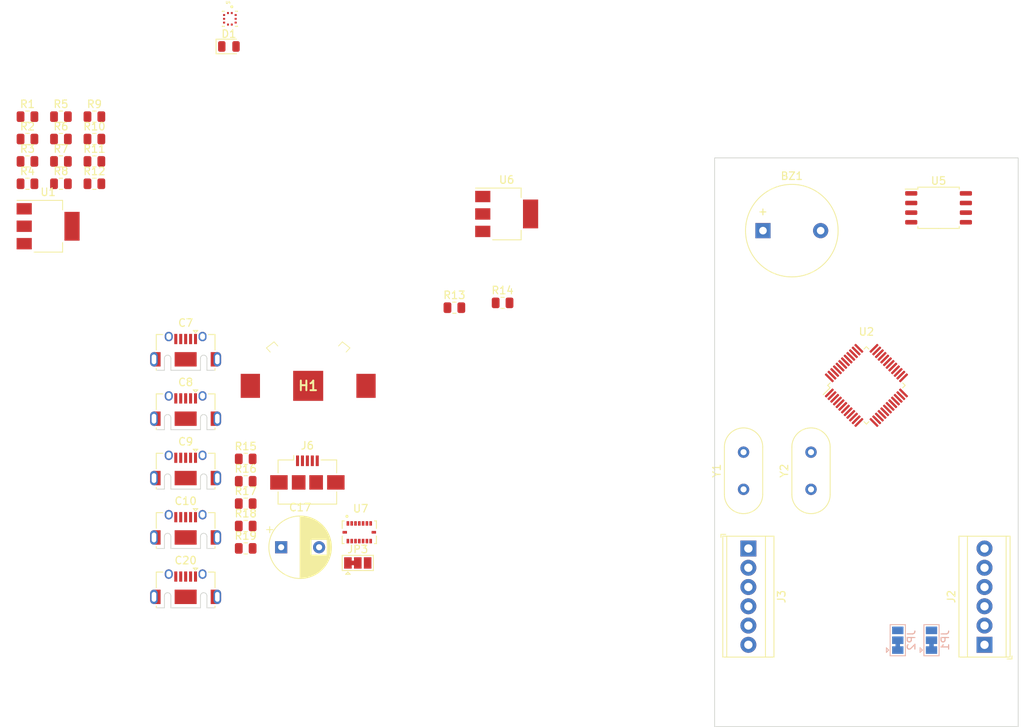
<source format=kicad_pcb>
(kicad_pcb (version 20221018) (generator pcbnew)
  (layers (0 "F.Cu" signal) (1 "In1.Cu" signal) (2 "In2.Cu" signal) (31 "B.Cu" signal) (34 "B.Paste" user) (35 "F.Paste" user) (36 "B.SilkS" user "B.Silkscreen") (37 "F.SilkS" user "F.Silkscreen") (38 "B.Mask" user) (39 "F.Mask" user) (44 "Edge.Cuts" user))
  (net 0 "")
  (net 1 "Net-(D3-A)")
  (net 2 "GND")
  (net 3 "Net-(D1-A)")
  (net 4 "+5V")
  (net 5 "Net-(JP3-B)")
  (net 6 "Net-(H1-+)")
  (net 7 "Net-(JP1-C)")
  (net 8 "+3V3")
  (net 9 "Net-(JP2-C)")
  (net 10 "Net-(U1-ADJ)")
  (net 11 "USB D+")
  (net 12 "USB D-")
  (net 13 "Net-(D2-K)")
  (net 14 "OSCIN2")
  (net 15 "OSCOUT2")
  (net 16 "OSCIN")
  (net 17 "OSCOUT")
  (net 18 "RESET")
  (net 19 "BOOT0")
  (net 20 "BOOT1")
  (net 21 "BATT")
  (net 24 "LED RED")
  (net 25 "LED BLUE")
  (net 26 "LED GREEN")
  (net 28 "SCK")
  (net 29 "MISO")
  (net 30 "MOSI")
  (net 36 "SERVO1")
  (net 37 "SERVO2")
  (net 38 "SERVO3")
  (net 40 "USART1 TX")
  (net 41 "USART1 RX")
  (net 48 "SCL")
  (net 49 "SDA")
  (net 50 "BUZZER")
  (net 52 "+BATT")
  (net 53 "Net-(J6-D-)")
  (net 54 "ACCEL INT1")
  (net 55 "P1+")
  (net 56 "P1-")
  (net 57 "P2+")
  (net 58 "P2-")
  (net 60 "Net-(J6-D+)")
  (net 61 "VBAT")
  (net 62 "Net-(C3-Pad2)")
  (net 63 "Net-(C4-Pad1)")
  (net 64 "BATT SENSE")
  (net 65 "Net-(C6-Pad1)")
  (net 66 "Net-(C5-Pad2)")
  (net 67 "Net-(U2-VDDA)")
  (net 68 "BARO INT")
  (net 69 "FLASH CS")
  (net 72 "ACCEL INT2")
  (net 73 "GYRO INT4")
  (net 74 "GYRO INT3")
  (footprint "SnapEDA Library:XDCR_BMP390L" (layer "F.Cu") (at 80.2725 36.84)
    (fp_text reference "U4" (at -0.234 -2.1532) (layer "F.SilkS") (effects (font (size 0.32 0.32))))
    (fp_text value "BMP390L")
    (pad "1" smd rect (at 0.25 -0.7625) (size 0.25 0.275) (layers "F.Cu" "F.Paste" "F.Mask") (net 8 "+3V3"))
    (pad "2" smd rect (at -0.25 -0.7625) (size 0.25 0.275) (layers "F.Cu" "F.Paste" "F.Mask") (net 48 "SCL"))
    (pad "3" smd rect (at -0.7625 -0.5) (size 0.275 0.25) (layers "F.Cu" "F.Paste" "F.Mask") (net 2 "GND"))
    (pad "4" smd rect (at -0.7625 0) (size 0.275 0.25) (layers "F.Cu" "F.Paste" "F.Mask") (net 49 "SDA"))
    (pad "5" smd rect (at -0.7625 0.5) (size 0.275 0.25) (layers "F.Cu" "F.Paste" "F.Mask") (net 2 "GND"))
    (pad "6" smd rect (at -0.25 0.7625) (size 0.25 0.275) (layers "F.Cu" "F.Paste" "F.Mask") (net 8 "+3V3"))
    (pad "7" smd rect (at 0.25 0.7625) (size 0.25 0.275) (layers "F.Cu" "F.Paste" "F.Mask") (net 68 "BARO INT"))
    (pad "8" smd rect (at 0.7625 0.5) (size 0.275 0.25) (layers "F.Cu" "F.Paste" "F.Mask") (net 2 "GND"))
    (pad "9" smd rect (at 0.7625 0) (size 0.275 0.25) (layers "F.Cu" "F.Paste" "F.Mask") (net 2 "GND"))
    (pad "10" smd rect (at 0.7625 -0.5) (size 0.275 0.25) (layers "F.Cu" "F.Paste" "F.Mask") (net 8 "+3V3"))
  )
  (footprint "Resistor_SMD:R_0805_2012Metric" (layer "F.Cu") (at 82.355 106.665)
    (fp_text reference "R19" (at 0 -1.65) (layer "F.SilkS"))
    (fp_text value "0")
    (pad "1" smd roundrect (at -0.9125 0) (size 1.025 1.4) (layers "F.Cu" "F.Paste" "F.Mask") (roundrect_rratio 0.243902) (net 66 "Net-(C5-Pad2)"))
    (pad "2" smd roundrect (at 0.9125 0) (size 1.025 1.4) (layers "F.Cu" "F.Paste" "F.Mask") (roundrect_rratio 0.243902) (net 16 "OSCIN"))
  )
  (footprint "Connector_USB:USB_Micro-AB_Molex_47590-0001" (layer "F.Cu") (at 74.445 113.055)
    (fp_text reference "C20" (at 0 -4.8 -180) (layer "F.SilkS"))
    (fp_text value "100nf")
    (fp_line (start -3.75 1.45) (end -2.8 1.45) (stroke (width 0.1)) (layer "Edge.Cuts"))
    (fp_line (start -2.8 -0.125) (end -2.8 1.45) (stroke (width 0.1)) (layer "Edge.Cuts"))
    (fp_line (start -1.95 -0.125) (end -1.95 1.45) (stroke (width 0.1)) (layer "Edge.Cuts"))
    (fp_line (start -1.95 1.45) (end 1.95 1.45) (stroke (width 0.1)) (layer "Edge.Cuts"))
    (fp_line (start 1.95 -0.125) (end 1.95 1.45) (stroke (width 0.1)) (layer "Edge.Cuts"))
    (fp_line (start 2.8 -0.125) (end 2.8 1.45) (stroke (width 0.1)) (layer "Edge.Cuts"))
    (fp_line (start 2.8 1.45) (end 3.75 1.45) (stroke (width 0.1)) (layer "Edge.Cuts"))
    (fp_arc (start -2.8 -0.125) (mid -2.375 -0.55) (end -1.95 -0.125) (stroke (width 0.1)) (layer "Edge.Cuts"))
    (fp_arc (start 1.95 -0.125) (mid 2.375 -0.55) (end 2.8 -0.125) (stroke (width 0.1)) (layer "Edge.Cuts"))
    (pad "1" smd rect (at 1.3 -2.675) (size 0.4 1.35) (layers "F.Cu" "F.Paste" "F.Mask") (net 5 "Net-(JP3-B)"))
    (pad "2" smd rect (at 0.65 -2.675) (size 0.4 1.35) (layers "F.Cu" "F.Paste" "F.Mask") (net 8 "+3V3"))
    (pad "3" smd rect (at 0 -2.675) (size 0.4 1.35) (layers "F.Cu" "F.Paste" "F.Mask"))
    (pad "4" smd rect (at -0.65 -2.675) (size 0.4 1.35) (layers "F.Cu" "F.Paste" "F.Mask"))
    (pad "5" smd rect (at -1.3 -2.675) (size 0.4 1.35) (layers "F.Cu" "F.Paste" "F.Mask"))
    (pad "6" thru_hole oval (at -4.175 0) (size 1 1.9) (drill oval 0.6 1.3) (layers "*.Cu" "*.Mask"))
    (pad "6" smd rect (at -3.7375 0) (size 0.875 1.9) (layers "F.Cu" "F.Mask"))
    (pad "6" thru_hole oval (at -2.225 -3) (size 1.05 1.25) (drill oval 0.65 0.85) (layers "*.Cu" "*.Mask"))
    (pad "6" smd rect (at 0 0) (size 2.9 1.9) (layers "F.Cu" "F.Paste" "F.Mask"))
    (pad "6" thru_hole oval (at 2.225 -3) (size 1.05 1.25) (drill oval 0.65 0.85) (layers "*.Cu" "*.Mask"))
    (pad "6" smd rect (at 3.7375 0) (size 0.875 1.9) (layers "F.Cu" "F.Mask"))
    (pad "6" thru_hole oval (at 4.175 0) (size 1 1.9) (drill oval 0.6 1.3) (layers "*.Cu" "*.Mask"))
  )
  (footprint "TerminalBlock_TE-Connectivity:TerminalBlock_TE_282834-6_1x06_P2.54mm_Horizontal" (layer "F.Cu") (at 179.705 119.38 90)
    (fp_text reference "J2" (at 6.35 -4.37 90) (layer "F.SilkS"))
    (fp_text value "Screw_Terminal_01x06")
    (pad "1" thru_hole rect (at 0 0 90) (size 2.1 2.1) (drill 1.1) (layers "*.Cu" "*.Mask") (net 52 "+BATT"))
    (pad "2" thru_hole circle (at 2.54 0 90) (size 2.1 2.1) (drill 1.1) (layers "*.Cu" "*.Mask") (net 2 "GND"))
    (pad "3" thru_hole circle (at 5.08 0 90) (size 2.1 2.1) (drill 1.1) (layers "*.Cu" "*.Mask") (net 55 "P1+"))
    (pad "4" thru_hole circle (at 7.62 0 90) (size 2.1 2.1) (drill 1.1) (layers "*.Cu" "*.Mask") (net 56 "P1-"))
    (pad "5" thru_hole circle (at 10.16 0 90) (size 2.1 2.1) (drill 1.1) (layers "*.Cu" "*.Mask") (net 57 "P2+"))
    (pad "6" thru_hole circle (at 12.7 0 90) (size 2.1 2.1) (drill 1.1) (layers "*.Cu" "*.Mask") (net 58 "P2-"))
  )
  (footprint "Buzzer_Beeper:Buzzer_12x9.5RM7.6" (layer "F.Cu") (at 150.515 64.77)
    (fp_text reference "BZ1" (at 3.8 -7.2) (layer "F.SilkS"))
    (fp_text value "Buzzer")
    (fp_text user "+" (at -0.01 -2.54) (layer "F.SilkS"))
    (pad "1" thru_hole rect (at 0 0) (size 2 2) (drill 1) (layers "*.Cu" "*.Mask") (net 50 "BUZZER"))
    (pad "2" thru_hole circle (at 7.6 0) (size 2 2) (drill 1) (layers "*.Cu" "*.Mask") (net 2 "GND"))
  )
  (footprint "Resistor_SMD:R_0805_2012Metric" (layer "F.Cu") (at 58.0125 52.69)
    (fp_text reference "R6" (at 0 -1.65) (layer "F.SilkS"))
    (fp_text value "470")
    (pad "1" smd roundrect (at -0.9125 0) (size 1.025 1.4) (layers "F.Cu" "F.Paste" "F.Mask") (roundrect_rratio 0.243902) (net 3 "Net-(D1-A)"))
    (pad "2" smd roundrect (at 0.9125 0) (size 1.025 1.4) (layers "F.Cu" "F.Paste" "F.Mask") (roundrect_rratio 0.243902) (net 8 "+3V3"))
  )
  (footprint "Resistor_SMD:R_0805_2012Metric" (layer "F.Cu") (at 58.0125 58.59)
    (fp_text reference "R8" (at 0 -1.65) (layer "F.SilkS"))
    (fp_text value "0")
    (pad "1" smd roundrect (at -0.9125 0) (size 1.025 1.4) (layers "F.Cu" "F.Paste" "F.Mask") (roundrect_rratio 0.243902) (net 62 "Net-(C3-Pad2)"))
    (pad "2" smd roundrect (at 0.9125 0) (size 1.025 1.4) (layers "F.Cu" "F.Paste" "F.Mask") (roundrect_rratio 0.243902) (net 14 "OSCIN2"))
  )
  (footprint "Resistor_SMD:R_0805_2012Metric" (layer "F.Cu") (at 62.4225 55.64)
    (fp_text reference "R11" (at 0 -1.65) (layer "F.SilkS"))
    (fp_text value "100K")
    (pad "1" smd roundrect (at -0.9125 0) (size 1.025 1.4) (layers "F.Cu" "F.Paste" "F.Mask") (roundrect_rratio 0.243902) (net 7 "Net-(JP1-C)"))
    (pad "2" smd roundrect (at 0.9125 0) (size 1.025 1.4) (layers "F.Cu" "F.Paste" "F.Mask") (roundrect_rratio 0.243902) (net 19 "BOOT0"))
  )
  (footprint "TerminalBlock_TE-Connectivity:TerminalBlock_TE_282834-6_1x06_P2.54mm_Horizontal" (layer "F.Cu") (at 148.59 106.68 -90)
    (fp_text reference "J3" (at 6.35 -4.37 90) (layer "F.SilkS"))
    (fp_text value "Screw_Terminal_01x06")
    (pad "1" thru_hole rect (at 0 0 270) (size 2.1 2.1) (drill 1.1) (layers "*.Cu" "*.Mask") (net 49 "SDA"))
    (pad "2" thru_hole circle (at 2.54 0 270) (size 2.1 2.1) (drill 1.1) (layers "*.Cu" "*.Mask") (net 48 "SCL"))
    (pad "3" thru_hole circle (at 5.08 0 270) (size 2.1 2.1) (drill 1.1) (layers "*.Cu" "*.Mask") (net 2 "GND"))
    (pad "4" thru_hole circle (at 7.62 0 270) (size 2.1 2.1) (drill 1.1) (layers "*.Cu" "*.Mask") (net 41 "USART1 RX"))
    (pad "5" thru_hole circle (at 10.16 0 270) (size 2.1 2.1) (drill 1.1) (layers "*.Cu" "*.Mask") (net 40 "USART1 TX"))
    (pad "6" thru_hole circle (at 12.7 0 270) (size 2.1 2.1) (drill 1.1) (layers "*.Cu" "*.Mask"))
  )
  (footprint "Resistor_SMD:R_0805_2012Metric" (layer "F.Cu") (at 82.355 100.765)
    (fp_text reference "R17" (at 0 -1.65) (layer "F.SilkS"))
    (fp_text value "10k")
    (pad "1" smd roundrect (at -0.9125 0) (size 1.025 1.4) (layers "F.Cu" "F.Paste" "F.Mask") (roundrect_rratio 0.243902) (net 64 "BATT SENSE"))
    (pad "2" smd roundrect (at 0.9125 0) (size 1.025 1.4) (layers "F.Cu" "F.Paste" "F.Mask") (roundrect_rratio 0.243902) (net 2 "GND"))
  )
  (footprint "Resistor_SMD:R_0805_2012Metric" (layer "F.Cu") (at 53.6025 49.74)
    (fp_text reference "R1" (at 0 -1.65) (layer "F.SilkS"))
    (fp_text value "R")
    (pad "1" smd roundrect (at -0.9125 0) (size 1.025 1.4) (layers "F.Cu" "F.Paste" "F.Mask") (roundrect_rratio 0.243902) (net 10 "Net-(U1-ADJ)"))
    (pad "2" smd roundrect (at 0.9125 0) (size 1.025 1.4) (layers "F.Cu" "F.Paste" "F.Mask") (roundrect_rratio 0.243902) (net 2 "GND"))
  )
  (footprint "Connector_USB:USB_Micro-AB_Molex_47590-0001" (layer "F.Cu") (at 74.445 105.225)
    (fp_text reference "C10" (at 0 -4.8 -180) (layer "F.SilkS"))
    (fp_text value "100nf")
    (fp_line (start -3.75 1.45) (end -2.8 1.45) (stroke (width 0.1)) (layer "Edge.Cuts"))
    (fp_line (start -2.8 -0.125) (end -2.8 1.45) (stroke (width 0.1)) (layer "Edge.Cuts"))
    (fp_line (start -1.95 -0.125) (end -1.95 1.45) (stroke (width 0.1)) (layer "Edge.Cuts"))
    (fp_line (start -1.95 1.45) (end 1.95 1.45) (stroke (width 0.1)) (layer "Edge.Cuts"))
    (fp_line (start 1.95 -0.125) (end 1.95 1.45) (stroke (width 0.1)) (layer "Edge.Cuts"))
    (fp_line (start 2.8 -0.125) (end 2.8 1.45) (stroke (width 0.1)) (layer "Edge.Cuts"))
    (fp_line (start 2.8 1.45) (end 3.75 1.45) (stroke (width 0.1)) (layer "Edge.Cuts"))
    (fp_arc (start -2.8 -0.125) (mid -2.375 -0.55) (end -1.95 -0.125) (stroke (width 0.1)) (layer "Edge.Cuts"))
    (fp_arc (start 1.95 -0.125) (mid 2.375 -0.55) (end 2.8 -0.125) (stroke (width 0.1)) (layer "Edge.Cuts"))
    (pad "1" smd rect (at 1.3 -2.675) (size 0.4 1.35) (layers "F.Cu" "F.Paste" "F.Mask") (net 2 "GND"))
    (pad "2" smd rect (at 0.65 -2.675) (size 0.4 1.35) (layers "F.Cu" "F.Paste" "F.Mask") (net 8 "+3V3"))
    (pad "3" smd rect (at 0 -2.675) (size 0.4 1.35) (layers "F.Cu" "F.Paste" "F.Mask"))
    (pad "4" smd rect (at -0.65 -2.675) (size 0.4 1.35) (layers "F.Cu" "F.Paste" "F.Mask"))
    (pad "5" smd rect (at -1.3 -2.675) (size 0.4 1.35) (layers "F.Cu" "F.Paste" "F.Mask"))
    (pad "6" thru_hole oval (at -4.175 0) (size 1 1.9) (drill oval 0.6 1.3) (layers "*.Cu" "*.Mask"))
    (pad "6" smd rect (at -3.7375 0) (size 0.875 1.9) (layers "F.Cu" "F.Mask"))
    (pad "6" thru_hole oval (at -2.225 -3) (size 1.05 1.25) (drill oval 0.65 0.85) (layers "*.Cu" "*.Mask"))
    (pad "6" smd rect (at 0 0) (size 2.9 1.9) (layers "F.Cu" "F.Paste" "F.Mask"))
    (pad "6" thru_hole oval (at 2.225 -3) (size 1.05 1.25) (drill oval 0.65 0.85) (layers "*.Cu" "*.Mask"))
    (pad "6" smd rect (at 3.7375 0) (size 0.875 1.9) (layers "F.Cu" "F.Mask"))
    (pad "6" thru_hole oval (at 4.175 0) (size 1 1.9) (drill oval 0.6 1.3) (layers "*.Cu" "*.Mask"))
  )
  (footprint "Resistor_SMD:R_0805_2012Metric" (layer "F.Cu") (at 53.6025 58.59)
    (fp_text reference "R4" (at 0 -1.65) (layer "F.SilkS"))
    (fp_text value "20")
    (pad "1" smd roundrect (at -0.9125 0) (size 1.025 1.4) (layers "F.Cu" "F.Paste" "F.Mask") (roundrect_rratio 0.243902) (net 53 "Net-(J6-D-)"))
    (pad "2" smd roundrect (at 0.9125 0) (size 1.025 1.4) (layers "F.Cu" "F.Paste" "F.Mask") (roundrect_rratio 0.243902) (net 12 "USB D-"))
  )
  (footprint "Resistor_SMD:R_0805_2012Metric" (layer "F.Cu") (at 82.355 94.865)
    (fp_text reference "R15" (at 0 -1.65) (layer "F.SilkS"))
    (fp_text value "100k")
    (pad "1" smd roundrect (at -0.9125 0) (size 1.025 1.4) (layers "F.Cu" "F.Paste" "F.Mask") (roundrect_rratio 0.243902) (net 29 "MISO"))
    (pad "2" smd roundrect (at 0.9125 0) (size 1.025 1.4) (layers "F.Cu" "F.Paste" "F.Mask") (roundrect_rratio 0.243902) (net 2 "GND"))
  )
  (footprint "Package_TO_SOT_SMD:SOT-223-3_TabPin2" (layer "F.Cu") (at 116.7425 62.57)
    (fp_text reference "U6" (at 0 -4.5) (layer "F.SilkS"))
    (fp_text value "LM7805_TO220")
    (pad "1" smd rect (at -3.15 -2.3) (size 2 1.5) (layers "F.Cu" "F.Paste" "F.Mask") (net 21 "BATT"))
    (pad "2" smd rect (at -3.15 0) (size 2 1.5) (layers "F.Cu" "F.Paste" "F.Mask") (net 2 "GND"))
    (pad "2" smd rect (at 3.15 0) (size 2 3.8) (layers "F.Cu" "F.Paste" "F.Mask") (net 2 "GND"))
    (pad "3" smd rect (at -3.15 2.3) (size 2 1.5) (layers "F.Cu" "F.Paste" "F.Mask") (net 4 "+5V"))
  )
  (footprint "Connector_USB:USB_Micro-B_Amphenol_10104110_Horizontal" (layer "F.Cu") (at 90.485 96.665)
    (fp_text reference "J6" (at 0 -3.55) (layer "F.SilkS"))
    (fp_text value "USB_B_Micro")
    (pad "1" smd rect (at -1.3 -1.55) (size 0.4 1.4) (layers "F.Cu" "F.Paste" "F.Mask") (net 1 "Net-(D3-A)"))
    (pad "2" smd rect (at -0.65 -1.55) (size 0.4 1.4) (layers "F.Cu" "F.Paste" "F.Mask") (net 53 "Net-(J6-D-)"))
    (pad "3" smd rect (at 0 -1.55) (size 0.4 1.4) (layers "F.Cu" "F.Paste" "F.Mask") (net 60 "Net-(J6-D+)"))
    (pad "4" smd rect (at 0.65 -1.55) (size 0.4 1.4) (layers "F.Cu" "F.Paste" "F.Mask") (net 2 "GND"))
    (pad "5" smd rect (at 1.3 -1.55) (size 0.4 1.4) (layers "F.Cu" "F.Paste" "F.Mask") (net 2 "GND"))
    (pad "6" smd rect (at -3.75 1.3) (size 2.3 1.9) (layers "F.Cu" "F.Paste" "F.Mask") (net 2 "GND"))
    (pad "6" smd rect (at -1.15 1.3) (size 1.8 1.9) (layers "F.Cu" "F.Paste" "F.Mask") (net 2 "GND"))
    (pad "6" smd rect (at 1.15 1.3) (size 1.8 1.9) (layers "F.Cu" "F.Paste" "F.Mask") (net 2 "GND"))
    (pad "6" smd rect (at 3.75 1.3) (size 2.3 1.9) (layers "F.Cu" "F.Paste" "F.Mask") (net 2 "GND"))
  )
  (footprint "Resistor_SMD:R_0805_2012Metric" (layer "F.Cu") (at 109.855 74.93)
    (fp_text reference "R13" (at 0 -1.65) (layer "F.SilkS"))
    (fp_text value "10k")
    (pad "1" smd roundrect (at -0.9125 0) (size 1.025 1.4) (layers "F.Cu" "F.Paste" "F.Mask") (roundrect_rratio 0.243902) (net 8 "+3V3"))
    (pad "2" smd roundrect (at 0.9125 0) (size 1.025 1.4) (layers "F.Cu" "F.Paste" "F.Mask") (roundrect_rratio 0.243902) (net 48 "SCL"))
  )
  (footprint "SamacSys_Parts:2894" (layer "F.Cu") (at 90.59 85.235)
    (fp_text reference "H1" (at 0 0) (layer "F.SilkS") (effects (font (size 1.27 1.27) (thickness 0.254))))
    (fp_text value "2894" hide)
    (pad "1" smd rect (at -7.62 0) (size 2.54 3.17) (layers "F.Cu" "F.Paste" "F.Mask") (net 6 "Net-(H1-+)"))
    (pad "2" smd rect (at 7.62 0) (size 2.54 3.17) (layers "F.Cu" "F.Paste" "F.Mask") (net 6 "Net-(H1-+)"))
    (pad "MP1" smd rect (at 0 0) (size 3.96 3.96) (layers "F.Cu" "F.Paste" "F.Mask") (net 2 "GND"))
  )
  (footprint "Connector_USB:USB_Micro-AB_Molex_47590-0001" (layer "F.Cu") (at 74.445 89.565)
    (fp_text reference "C8" (at 0 -4.8 -180) (layer "F.SilkS"))
    (fp_text value "100nf")
    (fp_line (start -3.75 1.45) (end -2.8 1.45) (stroke (width 0.1)) (layer "Edge.Cuts"))
    (fp_line (start -2.8 -0.125) (end -2.8 1.45) (stroke (width 0.1)) (layer "Edge.Cuts"))
    (fp_line (start -1.95 -0.125) (end -1.95 1.45) (stroke (width 0.1)) (layer "Edge.Cuts"))
    (fp_line (start -1.95 1.45) (end 1.95 1.45) (stroke (width 0.1)) (layer "Edge.Cuts"))
    (fp_line (start 1.95 -0.125) (end 1.95 1.45) (stroke (width 0.1)) (layer "Edge.Cuts"))
    (fp_line (start 2.8 -0.125) (end 2.8 1.45) (stroke (width 0.1)) (layer "Edge.Cuts"))
    (fp_line (start 2.8 1.45) (end 3.75 1.45) (stroke (width 0.1)) (layer "Edge.Cuts"))
    (fp_arc (start -2.8 -0.125) (mid -2.375 -0.55) (end -1.95 -0.125) (stroke (width 0.1)) (layer "Edge.Cuts"))
    (fp_arc (start 1.95 -0.125) (mid 2.375 -0.55) (end 2.8 -0.125) (stroke (width 0.1)) (layer "Edge.Cuts"))
    (pad "1" smd rect (at 1.3 -2.675) (size 0.4 1.35) (layers "F.Cu" "F.Paste" "F.Mask") (net 2 "GND"))
    (pad "2" smd rect (at 0.65 -2.675) (size 0.4 1.35) (layers "F.Cu" "F.Paste" "F.Mask") (net 8 "+3V3"))
    (pad "3" smd rect (at 0 -2.675) (size 0.4 1.35) (layers "F.Cu" "F.Paste" "F.Mask"))
    (pad "4" smd rect (at -0.65 -2.675) (size 0.4 1.35) (layers "F.Cu" "F.Paste" "F.Mask"))
    (pad "5" smd rect (at -1.3 -2.675) (size 0.4 1.35) (layers "F.Cu" "F.Paste" "F.Mask"))
    (pad "6" thru_hole oval (at -4.175 0) (size 1 1.9) (drill oval 0.6 1.3) (layers "*.Cu" "*.Mask"))
    (pad "6" smd rect (at -3.7375 0) (size 0.875 1.9) (layers "F.Cu" "F.Mask"))
    (pad "6" thru_hole oval (at -2.225 -3) (size 1.05 1.25) (drill oval 0.65 0.85) (layers "*.Cu" "*.Mask"))
    (pad "6" smd rect (at 0 0) (size 2.9 1.9) (layers "F.Cu" "F.Paste" "F.Mask"))
    (pad "6" thru_hole oval (at 2.225 -3) (size 1.05 1.25) (drill oval 0.65 0.85) (layers "*.Cu" "*.Mask"))
    (pad "6" smd rect (at 3.7375 0) (size 0.875 1.9) (layers "F.Cu" "F.Mask"))
    (pad "6" thru_hole oval (at 4.175 0) (size 1 1.9) (drill oval 0.6 1.3) (layers "*.Cu" "*.Mask"))
  )
  (footprint "Resistor_SMD:R_0805_2012Metric" (layer "F.Cu") (at 82.355 97.815)
    (fp_text reference "R16" (at 0 -1.65) (layer "F.SilkS"))
    (fp_text value "10k")
    (pad "1" smd roundrect (at -0.9125 0) (size 1.025 1.4) (layers "F.Cu" "F.Paste" "F.Mask") (roundrect_rratio 0.243902) (net 52 "+BATT"))
    (pad "2" smd roundrect (at 0.9125 0) (size 1.025 1.4) (layers "F.Cu" "F.Paste" "F.Mask") (roundrect_rratio 0.243902) (net 64 "BATT SENSE"))
  )
  (footprint "Connector_USB:USB_Micro-AB_Molex_47590-0001" (layer "F.Cu") (at 74.445 97.395)
    (fp_text reference "C9" (at 0 -4.8 -180) (layer "F.SilkS"))
    (fp_text value "100nf")
    (fp_line (start -3.75 1.45) (end -2.8 1.45) (stroke (width 0.1)) (layer "Edge.Cuts"))
    (fp_line (start -2.8 -0.125) (end -2.8 1.45) (stroke (width 0.1)) (layer "Edge.Cuts"))
    (fp_line (start -1.95 -0.125) (end -1.95 1.45) (stroke (width 0.1)) (layer "Edge.Cuts"))
    (fp_line (start -1.95 1.45) (end 1.95 1.45) (stroke (width 0.1)) (layer "Edge.Cuts"))
    (fp_line (start 1.95 -0.125) (end 1.95 1.45) (stroke (width 0.1)) (layer "Edge.Cuts"))
    (fp_line (start 2.8 -0.125) (end 2.8 1.45) (stroke (width 0.1)) (layer "Edge.Cuts"))
    (fp_line (start 2.8 1.45) (end 3.75 1.45) (stroke (width 0.1)) (layer "Edge.Cuts"))
    (fp_arc (start -2.8 -0.125) (mid -2.375 -0.55) (end -1.95 -0.125) (stroke (width 0.1)) (layer "Edge.Cuts"))
    (fp_arc (start 1.95 -0.125) (mid 2.375 -0.55) (end 2.8 -0.125) (stroke (width 0.1)) (layer "Edge.Cuts"))
    (pad "1" smd rect (at 1.3 -2.675) (size 0.4 1.35) (layers "F.Cu" "F.Paste" "F.Mask") (net 2 "GND"))
    (pad "2" smd rect (at 0.65 -2.675) (size 0.4 1.35) (layers "F.Cu" "F.Paste" "F.Mask") (net 8 "+3V3"))
    (pad "3" smd rect (at 0 -2.675) (size 0.4 1.35) (layers "F.Cu" "F.Paste" "F.Mask"))
    (pad "4" smd rect (at -0.65 -2.675) (size 0.4 1.35) (layers "F.Cu" "F.Paste" "F.Mask"))
    (pad "5" smd rect (at -1.3 -2.675) (size 0.4 1.35) (layers "F.Cu" "F.Paste" "F.Mask"))
    (pad "6" thru_hole oval (at -4.175 0) (size 1 1.9) (drill oval 0.6 1.3) (layers "*.Cu" "*.Mask"))
    (pad "6" smd rect (at -3.7375 0) (size 0.875 1.9) (layers "F.Cu" "F.Mask"))
    (pad "6" thru_hole oval (at -2.225 -3) (size 1.05 1.25) (drill oval 0.65 0.85) (layers "*.Cu" "*.Mask"))
    (pad "6" smd rect (at 0 0) (size 2.9 1.9) (layers "F.Cu" "F.Paste" "F.Mask"))
    (pad "6" thru_hole oval (at 2.225 -3) (size 1.05 1.25) (drill oval 0.65 0.85) (layers "*.Cu" "*.Mask"))
    (pad "6" smd rect (at 3.7375 0) (size 0.875 1.9) (layers "F.Cu" "F.Mask"))
    (pad "6" thru_hole oval (at 4.175 0) (size 1 1.9) (drill oval 0.6 1.3) (layers "*.Cu" "*.Mask"))
  )
  (footprint "Resistor_SMD:R_0805_2012Metric" (layer "F.Cu") (at 53.6025 52.69)
    (fp_text reference "R2" (at 0 -1.65) (layer "F.SilkS"))
    (fp_text value "240")
    (pad "1" smd roundrect (at -0.9125 0) (size 1.025 1.4) (layers "F.Cu" "F.Paste" "F.Mask") (roundrect_rratio 0.243902) (net 8 "+3V3"))
    (pad "2" smd roundrect (at 0.9125 0) (size 1.025 1.4) (layers "F.Cu" "F.Paste" "F.Mask") (roundrect_rratio 0.243902) (net 10 "Net-(U1-ADJ)"))
  )
  (footprint "Connector_USB:USB_Micro-AB_Molex_47590-0001" (layer "F.Cu") (at 74.445 81.735)
    (fp_text reference "C7" (at 0 -4.8 -180) (layer "F.SilkS"))
    (fp_text value "10uf")
    (fp_line (start -3.75 1.45) (end -2.8 1.45) (stroke (width 0.1)) (layer "Edge.Cuts"))
    (fp_line (start -2.8 -0.125) (end -2.8 1.45) (stroke (width 0.1)) (layer "Edge.Cuts"))
    (fp_line (start -1.95 -0.125) (end -1.95 1.45) (stroke (width 0.1)) (layer "Edge.Cuts"))
    (fp_line (start -1.95 1.45) (end 1.95 1.45) (stroke (width 0.1)) (layer "Edge.Cuts"))
    (fp_line (start 1.95 -0.125) (end 1.95 1.45) (stroke (width 0.1)) (layer "Edge.Cuts"))
    (fp_line (start 2.8 -0.125) (end 2.8 1.45) (stroke (width 0.1)) (layer "Edge.Cuts"))
    (fp_line (start 2.8 1.45) (end 3.75 1.45) (stroke (width 0.1)) (layer "Edge.Cuts"))
    (fp_arc (start -2.8 -0.125) (mid -2.375 -0.55) (end -1.95 -0.125) (stroke (width 0.1)) (layer "Edge.Cuts"))
    (fp_arc (start 1.95 -0.125) (mid 2.375 -0.55) (end 2.8 -0.125) (stroke (width 0.1)) (layer "Edge.Cuts"))
    (pad "1" smd rect (at 1.3 -2.675) (size 0.4 1.35) (layers "F.Cu" "F.Paste" "F.Mask") (net 2 "GND"))
    (pad "2" smd rect (at 0.65 -2.675) (size 0.4 1.35) (layers "F.Cu" "F.Paste" "F.Mask") (net 8 "+3V3"))
    (pad "3" smd rect (at 0 -2.675) (size 0.4 1.35) (layers "F.Cu" "F.Paste" "F.Mask"))
    (pad "4" smd rect (at -0.65 -2.675) (size 0.4 1.35) (layers "F.Cu" "F.Paste" "F.Mask"))
    (pad "5" smd rect (at -1.3 -2.675) (size 0.4 1.35) (layers "F.Cu" "F.Paste" "F.Mask"))
    (pad "6" thru_hole oval (at -4.175 0) (size 1 1.9) (drill oval 0.6 1.3) (layers "*.Cu" "*.Mask"))
    (pad "6" smd rect (at -3.7375 0) (size 0.875 1.9) (layers "F.Cu" "F.Mask"))
    (pad "6" thru_hole oval (at -2.225 -3) (size 1.05 1.25) (drill oval 0.65 0.85) (layers "*.Cu" "*.Mask"))
    (pad "6" smd rect (at 0 0) (size 2.9 1.9) (layers "F.Cu" "F.Paste" "F.Mask"))
    (pad "6" thru_hole oval (at 2.225 -3) (size 1.05 1.25) (drill oval 0.65 0.85) (layers "*.Cu" "*.Mask"))
    (pad "6" smd rect (at 3.7375 0) (size 0.875 1.9) (layers "F.Cu" "F.Mask"))
    (pad "6" thru_hole oval (at 4.175 0) (size 1 1.9) (drill oval 0.6 1.3) (layers "*.Cu" "*.Mask"))
  )
  (footprint "Package_SO:SOIC-8_5.23x5.23mm_P1.27mm" (layer "F.Cu") (at 173.65 61.76)
    (fp_text reference "U5" (at 0 -3.56) (layer "F.SilkS"))
    (fp_text value "W25Q32JVSS")
    (pad "1" smd roundrect (at -3.6 -1.905) (size 1.6 0.6) (layers "F.Cu" "F.Paste" "F.Mask") (net 69 "FLASH CS"))
    (pad "2" smd roundrect (at -3.6 -0.635) (size 1.6 0.6) (layers "F.Cu" "F.Paste" "F.Mask") (net 29 "MISO"))
    (pad "3" smd roundrect (at -3.6 0.635) (size 1.6 0.6) (layers "F.Cu" "F.Paste" "F.Mask") (net 8 "+3V3"))
    (pad "4" smd roundrect (at -3.6 1.905) (size 1.6 0.6) (layers "F.Cu" "F.Paste" "F.Mask") (net 2 "GND"))
    (pad "5" smd roundrect (at 3.6 1.905) (size 1.6 0.6) (layers "F.Cu" "F.Paste" "F.Mask") (net 30 "MOSI"))
    (pad "6" smd roundrect (at 3.6 0.635) (size 1.6 0.6) (layers "F.Cu" "F.Paste" "F.Mask") (net 28 "SCK"))
    (pad "7" smd roundrect (at 3.6 -0.635) (size 1.6 0.6) (layers "F.Cu" "F.Paste" "F.Mask") (net 8 "+3V3"))
    (pad "8" smd roundrect (at 3.6 -1.905) (size 1.6 0.6) (layers "F.Cu" "F.Paste" "F.Mask") (net 8 "+3V3"))
  )
  (footprint "Resistor_SMD:R_0805_2012Metric" (layer "F.Cu") (at 82.355 103.715)
    (fp_text reference "R18" (at 0 -1.65) (layer "F.SilkS"))
    (fp_text value "0")
    (pad "1" smd roundrect (at -0.9125 0) (size 1.025 1.4) (layers "F.Cu" "F.Paste" "F.Mask") (roundrect_rratio 0.243902) (net 65 "Net-(C6-Pad1)"))
    (pad "2" smd roundrect (at 0.9125 0) (size 1.025 1.4) (layers "F.Cu" "F.Paste" "F.Mask") (roundrect_rratio 0.243902) (net 17 "OSCOUT"))
  )
  (footprint "LED_SMD:LED_0805_2012Metric" (layer "F.Cu") (at 80.1425 40.485)
    (fp_text reference "D1" (at 0 -1.65) (layer "F.SilkS"))
    (fp_text value "LED")
    (pad "1" smd roundrect (at -0.9375 0) (size 0.975 1.4) (layers "F.Cu" "F.Paste" "F.Mask") (net 2 "GND"))
    (pad "2" smd roundrect (at 0.9375 0) (size 0.975 1.4) (layers "F.Cu" "F.Paste" "F.Mask") (net 3 "Net-(D1-A)"))
  )
  (footprint "Crystal:Crystal_HC18-U_Vertical" (layer "F.Cu") (at 147.955 98.88 90)
    (fp_text reference "Y1" (at 2.45 -3.525 90) (layer "F.SilkS"))
    (fp_text value "32.768")
    (pad "1" thru_hole circle (at 0 0 90) (size 1.5 1.5) (drill 0.8) (layers "*.Cu" "*.Mask") (net 63 "Net-(C4-Pad1)"))
    (pad "2" thru_hole circle (at 4.9 0 90) (size 1.5 1.5) (drill 0.8) (layers "*.Cu" "*.Mask") (net 62 "Net-(C3-Pad2)"))
  )
  (footprint "Resistor_SMD:R_0805_2012Metric" (layer "F.Cu") (at 62.4225 52.69)
    (fp_text reference "R10" (at 0 -1.65) (layer "F.SilkS"))
    (fp_text value "10k")
    (pad "1" smd roundrect (at -0.9125 0) (size 1.025 1.4) (layers "F.Cu" "F.Paste" "F.Mask") (roundrect_rratio 0.243902) (net 18 "RESET"))
    (pad "2" smd roundrect (at 0.9125 0) (size 1.025 1.4) (layers "F.Cu" "F.Paste" "F.Mask") (roundrect_rratio 0.243902) (net 8 "+3V3"))
  )
  (footprint "Capacitor_THT:CP_Radial_D8.0mm_P5.00mm" (layer "F.Cu") (at 87.029698 106.515)
    (fp_text reference "C17" (at 2.5 -5.25) (layer "F.SilkS"))
    (fp_text value "0.1uf")
    (pad "1" thru_hole rect (at 0 0) (size 1.6 1.6) (drill 0.8) (layers "*.Cu" "*.Mask") (net 21 "BATT"))
    (pad "2" thru_hole circle (at 5 0) (size 1.6 1.6) (drill 0.8) (layers "*.Cu" "*.Mask") (net 2 "GND"))
  )
  (footprint "SnapEDA Library:PQFN50P450X300X100-16N" (layer "F.Cu") (at 97.325 104.54)
    (fp_text reference "U7" (at 0.178 -3.121) (layer "F.SilkS"))
    (fp_text value "BMI088")
    (pad "1" smd rect (at -1.5 -1.165 270) (size 0.59 0.35) (layers "F.Cu" "F.Paste" "F.Mask") (net 72 "ACCEL INT2"))
    (pad "2" smd rect (at -1 -1.165 270) (size 0.59 0.35) (layers "F.Cu" "F.Paste" "F.Mask"))
    (pad "3" smd rect (at -0.5 -1.165 270) (size 0.59 0.35) (layers "F.Cu" "F.Paste" "F.Mask") (net 8 "+3V3"))
    (pad "4" smd rect (at 0 -1.165 270) (size 0.59 0.35) (layers "F.Cu" "F.Paste" "F.Mask") (net 2 "GND"))
    (pad "5" smd rect (at 0.5 -1.165 270) (size 0.59 0.35) (layers "F.Cu" "F.Paste" "F.Mask"))
    (pad "6" smd rect (at 1 -1.165 270) (size 0.59 0.35) (layers "F.Cu" "F.Paste" "F.Mask") (net 2 "GND"))
    (pad "7" smd rect (at 1.5 -1.165 270) (size 0.59 0.35) (layers "F.Cu" "F.Paste" "F.Mask") (net 8 "+3V3"))
    (pad "8" smd rect (at 1.915 0 180) (size 0.59 0.35) (layers "F.Cu" "F.Paste" "F.Mask") (net 48 "SCL"))
    (pad "9" smd rect (at 1.5 1.165 90) (size 0.59 0.35) (layers "F.Cu" "F.Paste" "F.Mask") (net 49 "SDA"))
    (pad "10" smd rect (at 1 1.165 90) (size 0.59 0.35) (layers "F.Cu" "F.Paste" "F.Mask") (net 2 "GND"))
    (pad "11" smd rect (at 0.5 1.165 90) (size 0.59 0.35) (layers "F.Cu" "F.Paste" "F.Mask") (net 8 "+3V3"))
    (pad "12" smd rect (at 0 1.165 90) (size 0.59 0.35) (layers "F.Cu" "F.Paste" "F.Mask") (net 74 "GYRO INT3"))
    (pad "13" smd rect (at -0.5 1.165 90) (size 0.59 0.35) (layers "F.Cu" "F.Paste" "F.Mask") (net 73 "GYRO INT4"))
    (pad "14" smd rect (at -1 1.165 90) (size 0.59 0.35) (layers "F.Cu" "F.Paste" "F.Mask") (net 8 "+3V3"))
    (pad "15" smd rect (at -1.5 1.165 90) (size 0.59 0.35) (layers "F.Cu" "F.Paste" "F.Mask") (net 2 "GND"))
    (pad "16" smd rect (at -1.915 0) (size 0.59 0.35) (layers "F.Cu" "F.Paste" "F.Mask") (net 54 "ACCEL INT1"))
  )
  (footprint "Resistor_SMD:R_0805_2012Metric" (layer "F.Cu") (at 116.205 74.295)
    (fp_text reference "R14" (at 0 -1.65) (layer "F.SilkS"))
    (fp_text value "10k")
    (pad "1" smd roundrect (at -0.9125 0) (size 1.025 1.4) (layers "F.Cu" "F.Paste" "F.Mask") (roundrect_rratio 0.243902) (net 8 "+3V3"))
    (pad "2" smd roundrect (at 0.9125 0) (size 1.025 1.4) (layers "F.Cu" "F.Paste" "F.Mask") (roundrect_rratio 0.243902) (net 49 "SDA"))
  )
  (footprint "Resistor_SMD:R_0805_2012Metric" (layer "F.Cu") (at 58.0125 49.74)
    (fp_text reference "R5" (at 0 -1.65) (layer "F.SilkS"))
    (fp_text value "4.7K")
    (pad "1" smd roundrect (at -0.9125 0) (size 1.025 1.4) (layers "F.Cu" "F.Paste" "F.Mask") (roundrect_rratio 0.243902) (net 1 "Net-(D3-A)"))
    (pad "2" smd roundrect (at 0.9125 0) (size 1.025 1.4) (layers "F.Cu" "F.Paste" "F.Mask") (roundrect_rratio 0.243902) (net 11 "USB D+"))
  )
  (footprint "Jumper:SolderJumper-3_P1.3mm_Bridged12_Pad1.0x1.5mm" (layer "F.Cu") (at 97.125 108.585)
    (fp_text reference "JP3" (at 0 -1.8) (layer "F.SilkS"))
    (fp_text value "SolderJumper_3_Bridged12")
    (fp_poly (pts (xy -0.9 -0.3) (xy -0.4 -0.3) (xy -0.4 0.3) (xy -0.9 0.3)) (fill solid) (layer "F.Cu"))
    (pad "1" smd rect (at -1.3 0) (size 1 1.5) (layers "F.Cu" "F.Mask") (net 6 "Net-(H1-+)"))
    (pad "2" smd rect (at 0 0) (size 1 1.5) (layers "F.Cu" "F.Mask") (net 61 "VBAT"))
    (pad "3" smd rect (at 1.3 0) (size 1 1.5) (layers "F.Cu" "F.Mask") (net 5 "Net-(JP3-B)"))
  )
  (footprint "Resistor_SMD:R_0805_2012Metric" (layer "F.Cu") (at 53.6025 55.64)
    (fp_text reference "R3" (at 0 -1.65) (layer "F.SilkS"))
    (fp_text value "20")
    (pad "1" smd roundrect (at -0.9125 0) (size 1.025 1.4) (layers "F.Cu" "F.Paste" "F.Mask") (roundrect_rratio 0.243902) (net 11 "USB D+"))
    (pad "2" smd roundrect (at 0.9125 0) (size 1.025 1.4) (layers "F.Cu" "F.Paste" "F.Mask") (roundrect_rratio 0.243902) (net 60 "Net-(J6-D+)"))
  )
  (footprint "Resistor_SMD:R_0805_2012Metric" (layer "F.Cu") (at 62.4225 58.59)
    (fp_text reference "R12" (at 0 -1.65) (layer "F.SilkS"))
    (fp_text value "100K")
    (pad "1" smd roundrect (at -0.9125 0) (size 1.025 1.4) (layers "F.Cu" "F.Paste" "F.Mask") (roundrect_rratio 0.243902) (net 9 "Net-(JP2-C)"))
    (pad "2" smd roundrect (at 0.9125 0) (size 1.025 1.4) (layers "F.Cu" "F.Paste" "F.Mask") (roundrect_rratio 0.243902) (net 20 "BOOT1"))
  )
  (footprint "Resistor_SMD:R_0805_2012Metric" (layer "F.Cu") (at 58.0125 55.64)
    (fp_text reference "R7" (at 0 -1.65) (layer "F.SilkS"))
    (fp_text value "470")
    (pad "1" smd roundrect (at -0.9125 0) (size 1.025 1.4) (layers "F.Cu" "F.Paste" "F.Mask") (roundrect_rratio 0.243902) (net 2 "GND"))
    (pad "2" smd roundrect (at 0.9125 0) (size 1.025 1.4) (layers "F.Cu" "F.Paste" "F.Mask") (roundrect_rratio 0.243902) (net 13 "Net-(D2-K)"))
  )
  (footprint "Resistor_SMD:R_0805_2012Metric" (layer "F.Cu") (at 62.4225 49.74)
    (fp_text reference "R9" (at 0 -1.65) (layer "F.SilkS"))
    (fp_text value "0")
    (pad "1" smd roundrect (at -0.9125 0) (size 1.025 1.4) (layers "F.Cu" "F.Paste" "F.Mask") (roundrect_rratio 0.243902) (net 63 "Net-(C4-Pad1)"))
    (pad "2" smd roundrect (at 0.9125 0) (size 1.025 1.4) (layers "F.Cu" "F.Paste" "F.Mask") (roundrect_rratio 0.243902) (net 15 "OSCOUT2"))
  )
  (footprint "Crystal:Crystal_HC18-U_Vertical" (layer "F.Cu") (at 156.845 98.88 90)
    (fp_text reference "Y2" (at 2.45 -3.525 90) (layer "F.SilkS"))
    (fp_text value "8MHZ")
    (pad "1" thru_hole circle (at 0 0 90) (size 1.5 1.5) (drill 0.8) (layers "*.Cu" "*.Mask") (net 65 "Net-(C6-Pad1)"))
    (pad "2" thru_hole circle (at 4.9 0 90) (size 1.5 1.5) (drill 0.8) (layers "*.Cu" "*.Mask") (net 66 "Net-(C5-Pad2)"))
  )
  (footprint "Package_TO_SOT_SMD:SOT-223-3_TabPin2" (layer "F.Cu") (at 56.3225 64.19)
    (fp_text reference "U1" (at 0 -4.5) (layer "F.SilkS"))
    (fp_text value "LM317_SOT-223")
    (pad "1" smd rect (at -3.15 -2.3) (size 2 1.5) (layers "F.Cu" "F.Paste" "F.Mask") (net 10 "Net-(U1-ADJ)"))
    (pad "2" smd rect (at -3.15 0) (size 2 1.5) (layers "F.Cu" "F.Paste" "F.Mask") (net 8 "+3V3"))
    (pad "2" smd rect (at 3.15 0) (size 2 3.8) (layers "F.Cu" "F.Paste" "F.Mask") (net 8 "+3V3"))
    (pad "3" smd rect (at -3.15 2.3) (size 2 1.5) (layers "F.Cu" "F.Paste" "F.Mask") (net 21 "BATT"))
  )
  (footprint "Package_QFP:LQFP-48_7x7mm_P0.5mm" (layer "F.Cu") (at 164.145 85.175 45)
    (fp_text reference "U2" (at 4.999245 -4.999245 180) (layer "F.SilkS"))
    (fp_text value "STM32F103C8Tx")
    (pad "1" smd roundrect (at -4.1625 -2.75 45) (size 1.475 0.3) (layers "F.Cu" "F.Paste" "F.Mask") (net 61 "VBAT"))
    (pad "2" smd roundrect (at -4.1625 -2.25 45) (size 1.475 0.3) (layers "F.Cu" "F.Paste" "F.Mask"))
    (pad "3" smd roundrect (at -4.1625 -1.75 45) (size 1.475 0.3) (layers "F.Cu" "F.Paste" "F.Mask") (net 14 "OSCIN2"))
    (pad "4" smd roundrect (at -4.1625 -1.25 45) (size 1.475 0.3) (layers "F.Cu" "F.Paste" "F.Mask") (net 15 "OSCOUT2"))
    (pad "5" smd roundrect (at -4.1625 -0.75 45) (size 1.475 0.3) (layers "F.Cu" "F.Paste" "F.Mask") (net 16 "OSCIN"))
    (pad "6" smd roundrect (at -4.1625 -0.25 45) (size 1.475 0.3) (layers "F.Cu" "F.Paste" "F.Mask") (net 17 "OSCOUT"))
    (pad "7" smd roundrect (at -4.1625 0.25 45) (size 1.475 0.3) (layers "F.Cu" "F.Paste" "F.Mask") (net 18 "RESET"))
    (pad "8" smd roundrect (at -4.1625 0.75 45) (size 1.475 0.3) (layers "F.Cu" "F.Paste" "F.Mask") (net 2 "GND"))
    (pad "9" smd roundrect (at -4.1625 1.25 45) (size 1.475 0.3) (layers "F.Cu" "F.Paste" "F.Mask") (net 67 "Net-(U2-VDDA)"))
    (pad "10" smd roundrect (at -4.1625 1.75 45) (size 1.475 0.3) (layers "F.Cu" "F.Paste" "F.Mask"))
    (pad "11" smd roundrect (at -4.1625 2.25 45) (size 1.475 0.3) (layers "F.Cu" "F.Paste" "F.Mask") (net 24 "LED RED"))
    (pad "12" smd roundrect (at -4.1625 2.75 45) (size 1.475 0.3) (layers "F.Cu" "F.Paste" "F.Mask") (net 25 "LED BLUE"))
    (pad "13" smd roundrect (at -2.75 4.1625 45) (size 0.3 1.475) (layers "F.Cu" "F.Paste" "F.Mask") (net 26 "LED GREEN"))
    (pad "14" smd roundrect (at -2.25 4.1625 45) (size 0.3 1.475) (layers "F.Cu" "F.Paste" "F.Mask"))
    (pad "15" smd roundrect (at -1.75 4.1625 45) (size 0.3 1.475) (layers "F.Cu" "F.Paste" "F.Mask") (net 28 "SCK"))
    (pad "16" smd roundrect (at -1.25 4.1625 45) (size 0.3 1.475) (layers "F.Cu" "F.Paste" "F.Mask") (net 29 "MISO"))
    (pad "17" smd roundrect (at -0.75 4.1625 45) (size 0.3 1.475) (layers "F.Cu" "F.Paste" "F.Mask") (net 30 "MOSI"))
    (pad "18" smd roundrect (at -0.25 4.1625 45) (size 0.3 1.475) (layers "F.Cu" "F.Paste" "F.Mask"))
    (pad "19" smd roundrect (at 0.25 4.1625 45) (size 0.3 1.475) (layers "F.Cu" "F.Paste" "F.Mask"))
    (pad "20" smd roundrect (at 0.75 4.1625 45) (size 0.3 1.475) (layers "F.Cu" "F.Paste" "F.Mask") (net 20 "BOOT1"))
    (pad "21" smd roundrect (at 1.25 4.1625 45) (size 0.3 1.475) (layers "F.Cu" "F.Paste" "F.Mask"))
    (pad "22" smd roundrect (at 1.75 4.1625 45) (size 0.3 1.475) (layers "F.Cu" "F.Paste" "F.Mask"))
    (pad "23" smd roundrect (at 2.25 4.1625 45) (size 0.3 1.475) (layers "F.Cu" "F.Paste" "F.Mask") (net 2 "GND"))
    (pad "24" smd roundrect (at 2.75 4.1625 45) (size 0.3 1.475) (layers "F.Cu" "F.Paste" "F.Mask") (net 8 "+3V3"))
    (pad "25" smd roundrect (at 4.1625 2.75 45) (size 1.475 0.3) (layers "F.Cu" "F.Paste" "F.Mask"))
    (pad "26" smd roundrect (at 4.1625 2.25 45) (size 1.475 0.3) (layers "F.Cu" "F.Paste" "F.Mask") (net 36 "SERVO1"))
    (pad "27" smd roundrect (at 4.1625 1.75 45) (size 1.475 0.3) (layers "F.Cu" "F.Paste" "F.Mask") (net 37 "SERVO2"))
    (pad "28" smd roundrect (at 4.1625 1.25 45) (size 1.475 0.3) (layers "F.Cu" "F.Paste" "F.Mask") (net 38 "SERVO3"))
    (pad "29" smd roundrect (at 4.1625 0.75 45) (size 1.475 0.3) (layers "F.Cu" "F.Paste" "F.Mask"))
    (pad "30" smd roundrect (at 4.1625 0.25 45) (size 1.475 0.3) (layers "F.Cu" "F.Paste" "F.Mask") (net 40 "USART1 TX"))
    (pad "31" smd roundrect (at 4.1625 -0.25 45) (size 1.475 0.3) (layers "F.Cu" "F.Paste" "F.Mask") (net 41 "USART1 RX"))
    (pad "32" smd roundrect (at 4.1625 -0.75 45) (size 1.475 0.3) (layers "F.Cu" "F.Paste" "F.Mask") (net 12 "USB D-"))
    (pad "33" smd roundrect (at 4.1625 -1.25 45) (size 1.475 0.3) (layers "F.Cu" "F.Paste" "F.Mask") (net 11 "USB D+"))
    (pad "34" smd roundrect (at 4.1625 -1.75 45) (size 1.475 0.3) (layers "F.Cu" "F.Paste" "F.Mask"))
    (pad "35" smd roundrect (at 4.1625 -2.25 45) (size 1.475 0.3) (layers "F.Cu" "F.Paste" "F.Mask") (net 2 "GND"))
    (pad "36" smd roundrect (at 4.1625 -2.75 45) (size 1.475 0.3) (layers "F.Cu" "F.Paste" "F.Mask") (net 8 "+3V3"))
    (pad "37" smd roundrect (at 2.75 -4.1625 45) (size 0.3 1.475) (layers "F.Cu" "F.Paste" "F.Mask"))
    (pad "38" smd roundrect (at 2.25 -4.1625 45) (size 0.3 1.475) (layers "F.Cu" "F.Paste" "F.Mask"))
    (pad "39" smd roundrect (at 1.75 -4.1625 45) (size 0.3 1.475) (layers "F.Cu" "F.Paste" "F.Mask"))
    (pad "40" smd roundrect (at 1.25 -4.1625 45) (size 0.3 1.475) (layers "F.Cu" "F.Paste" "F.Mask"))
    (pad "41" smd roundrect (at 0.75 -4.1625 45) (size 0.3 1.475) (layers "F.Cu" "F.Paste" "F.Mask"))
    (pad "42" smd roundrect (at 0.25 -4.1625 45) (size 0.3 1.475) (layers "F.Cu" "F.Paste" "F.Mask") (net 48 "SCL"))
    (pad "43" smd roundrect (at -0.25 -4.1625 45) (size 0.3 1.475) (layers "F.Cu" "F.Paste" "F.Mask") (net 49 "SDA"))
    (pad "44" smd roundrect (at -0.75 -4.1625 45) (size 0.3 1.475) (layers "F.Cu" "F.Paste" "F.Mask") (net 19 "BOOT0"))
    (pad "45" smd roundrect (at -1.25 -4.1625 45) (size 0.3 1.475) (layers "F.Cu" "F.Paste" "F.Mask") (net 50 "BUZZER"))
    (pad "46" smd roundrect (at -1.75 -4.1625 45) (size 0.3 1.475) (layers "F.Cu" "F.Paste" "F.Mask"))
    (pad "47" smd roundrect (at -2.25 -4.1625 45) (size 0.3 1.475) (layers "F.Cu" "F.Paste" "F.Mask") (net 2 "GND"))
    (pad "48" smd roundrect (at -2.75 -4.1625 45) (size 0.3 1.475) (layers "F.Cu" "F.Paste" "F.Mask") (net 8 "+3V3"))
  )
  (footprint "Jumper:SolderJumper-3_P1.3mm_Bridged12_Pad1.0x1.5mm" (layer "B.Cu") (at 168.275 118.775 90)
    (fp_text reference "JP2" (at 0 1.8 90) (layer "B.SilkS") (effects (justify mirror)))
    (fp_text value "SolderJumper_3_Bridged12")
    (fp_poly (pts (xy -0.9 0.3) (xy -0.4 0.3) (xy -0.4 -0.3) (xy -0.9 -0.3)) (fill solid) (layer "B.Cu"))
    (pad "1" smd rect (at -1.3 0 90) (size 1 1.5) (layers "B.Cu" "B.Mask") (net 2 "GND"))
    (pad "2" smd rect (at 0 0 90) (size 1 1.5) (layers "B.Cu" "B.Mask") (net 9 "Net-(JP2-C)"))
    (pad "3" smd rect (at 1.3 0 90) (size 1 1.5) (layers "B.Cu" "B.Mask") (net 8 "+3V3"))
  )
  (footprint "Jumper:SolderJumper-3_P1.3mm_Bridged12_Pad1.0x1.5mm" (layer "B.Cu") (at 172.72 118.775 90)
    (fp_text reference "JP1" (at 0 1.8 90) (layer "B.SilkS") (effects (justify mirror)))
    (fp_text value "SolderJumper_3_Bridged12")
    (fp_poly (pts (xy -0.9 0.3) (xy -0.4 0.3) (xy -0.4 -0.3) (xy -0.9 -0.3)) (fill solid) (layer "B.Cu"))
    (pad "1" smd rect (at -1.3 0 90) (size 1 1.5) (layers "B.Cu" "B.Mask") (net 2 "GND"))
    (pad "2" smd rect (at 0 0 90) (size 1 1.5) (layers "B.Cu" "B.Mask") (net 7 "Net-(JP1-C)"))
    (pad "3" smd rect (at 1.3 0 90) (size 1 1.5) (layers "B.Cu" "B.Mask") (net 8 "+3V3"))
  )
  (gr_rect (start 144.145 55.175) (end 184.145 130.175) (stroke (width 0.1)) (fill none) (layer "Edge.Cuts"))
)
</source>
